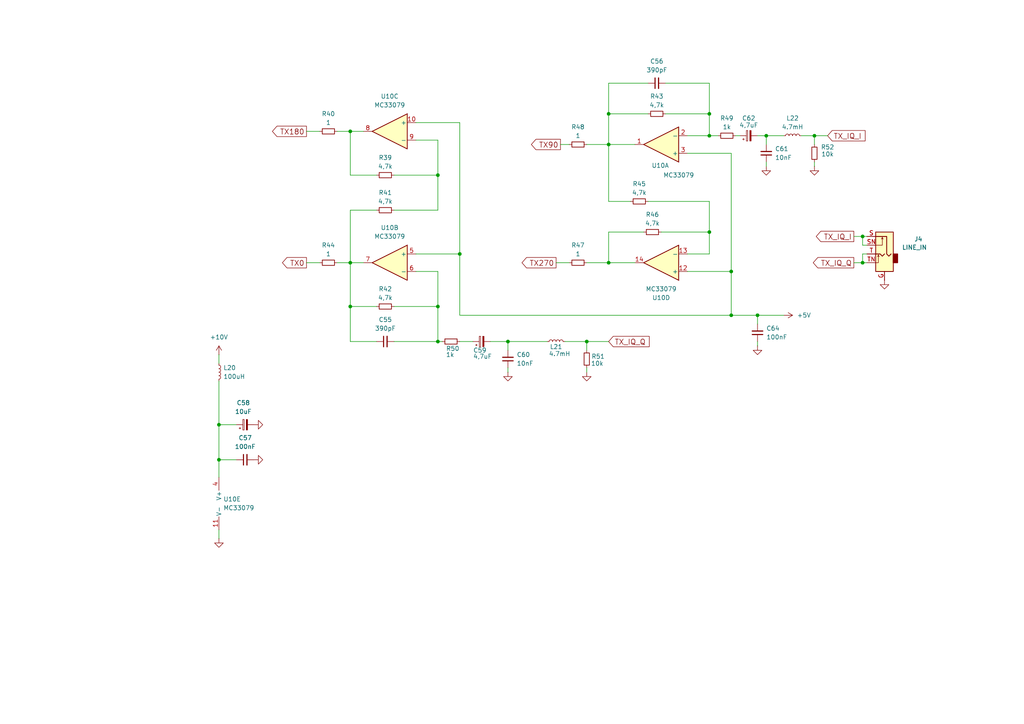
<source format=kicad_sch>
(kicad_sch (version 20231120) (generator "eeschema") (generator_version "8.0")
  (paper "A4")
  (lib_symbols
    (symbol "Amplifier_Operational:MC33079" (pin_names (offset 0.127))
      (property "Reference" "U" (at 0 5.08 0))
      (property "Value" "MC33079" (at 0 -5.08 0))
      (symbol "MC33079_1_1"
        (polyline (pts (xy -5.08 5.08) (xy 5.08 0) (xy -5.08 -5.08) (xy -5.08 5.08)) (stroke (width 0.254)) (fill (type background)))
        (pin output line (at 7.62 0 180) (length 2.54) (name "~") (number "1"))
        (pin input line (at -7.62 -2.54 0) (length 2.54) (name "-") (number "2"))
        (pin input line (at -7.62 2.54 0) (length 2.54) (name "+") (number "3"))
      )
      (symbol "MC33079_2_1"
        (polyline (pts (xy -5.08 5.08) (xy 5.08 0) (xy -5.08 -5.08) (xy -5.08 5.08)) (stroke (width 0.254)) (fill (type background)))
        (pin input line (at -7.62 2.54 0) (length 2.54) (name "+") (number "5"))
        (pin input line (at -7.62 -2.54 0) (length 2.54) (name "-") (number "6"))
        (pin output line (at 7.62 0 180) (length 2.54) (name "~") (number "7"))
      )
      (symbol "MC33079_3_1"
        (polyline (pts (xy -5.08 5.08) (xy 5.08 0) (xy -5.08 -5.08) (xy -5.08 5.08)) (stroke (width 0.254)) (fill (type background)))
        (pin input line (at -7.62 2.54 0) (length 2.54) (name "+") (number "10"))
        (pin output line (at 7.62 0 180) (length 2.54) (name "~") (number "8"))
        (pin input line (at -7.62 -2.54 0) (length 2.54) (name "-") (number "9"))
      )
      (symbol "MC33079_4_1"
        (polyline (pts (xy -5.08 5.08) (xy 5.08 0) (xy -5.08 -5.08) (xy -5.08 5.08)) (stroke (width 0.254)) (fill (type background)))
        (pin input line (at -7.62 2.54 0) (length 2.54) (name "+") (number "12"))
        (pin input line (at -7.62 -2.54 0) (length 2.54) (name "-") (number "13"))
        (pin output line (at 7.62 0 180) (length 2.54) (name "~") (number "14"))
      )
      (symbol "MC33079_5_1"
        (pin power_in line (at -2.54 -7.62 90) (length 3.81) (name "V-") (number "11"))
        (pin power_in line (at -2.54 7.62 270) (length 3.81) (name "V+") (number "4"))
      )
    )
    (symbol "Connector_Audio:AudioJack2_Ground_Switch"
      (property "Reference" "J" (at 0 11.43 0))
      (property "Value" "AudioJack2_Ground_Switch" (at 0 8.89 0))
      (symbol "AudioJack2_Ground_Switch_0_1"
        (rectangle (start -2.54 -2.54) (end -3.81 0) (stroke (width 0.254)) (fill (type outline)))
        (rectangle (start 2.54 6.35) (end -2.54 -5.08) (stroke (width 0.254)) (fill (type background)))
      )
      (symbol "AudioJack2_Ground_Switch_1_1"
        (polyline (pts (xy 0.635 4.826) (xy 0.889 4.318)))
        (polyline (pts (xy 1.778 -0.254) (xy 2.032 -0.762)))
        (polyline (pts (xy 0 0) (xy 0.635 -0.635) (xy 1.27 0) (xy 2.54 0)) (stroke (width 0.254)))
        (polyline (pts (xy 2.54 -2.54) (xy 1.778 -2.54) (xy 1.778 -0.254) (xy 1.524 -0.762)))
        (polyline (pts (xy 2.54 2.54) (xy 0.635 2.54) (xy 0.635 4.826) (xy 0.381 4.318)))
        (polyline (pts (xy 2.54 5.08) (xy -0.635 5.08) (xy -0.635 0) (xy -1.27 -0.635) (xy -1.905 0)) (stroke (width 0.254)))
        (pin passive line (at 0 -7.62 90) (length 2.54) (name "~") (number "G"))
        (pin passive line (at 5.08 5.08 180) (length 2.54) (name "~") (number "S"))
        (pin passive line (at 5.08 2.54 180) (length 2.54) (name "~") (number "SN"))
        (pin passive line (at 5.08 0 180) (length 2.54) (name "~") (number "T"))
        (pin passive line (at 5.08 -2.54 180) (length 2.54) (name "~") (number "TN"))
      )
    )
    (symbol "Device:C_Polarized_Small" (pin_numbers hide) (pin_names (offset 0.254) hide)
      (property "Reference" "C" (at 0.254 1.778 0))
      (property "Value" "C_Polarized_Small" (at 0.254 -2.032 0))
      (symbol "C_Polarized_Small_0_1"
        (rectangle (start -1.524 -0.3048) (end 1.524 -0.6858) (fill (type outline)))
        (rectangle (start -1.524 0.6858) (end 1.524 0.3048))
        (polyline (pts (xy -1.27 1.524) (xy -0.762 1.524)))
        (polyline (pts (xy -1.016 1.27) (xy -1.016 1.778)))
      )
      (symbol "C_Polarized_Small_1_1"
        (pin passive line (at 0 2.54 270) (length 1.8542) (name "~") (number "1"))
        (pin passive line (at 0 -2.54 90) (length 1.8542) (name "~") (number "2"))
      )
    )
    (symbol "Device:C_Small" (pin_numbers hide) (pin_names (offset 0.254) hide)
      (property "Reference" "C" (at 0.254 1.778 0))
      (property "Value" "C_Small" (at 0.254 -2.032 0))
      (symbol "C_Small_0_1"
        (polyline (pts (xy -1.524 -0.508) (xy 1.524 -0.508)) (stroke (width 0.3302)))
        (polyline (pts (xy -1.524 0.508) (xy 1.524 0.508)) (stroke (width 0.3048)))
      )
      (symbol "C_Small_1_1"
        (pin passive line (at 0 2.54 270) (length 2.032) (name "~") (number "1"))
        (pin passive line (at 0 -2.54 90) (length 2.032) (name "~") (number "2"))
      )
    )
    (symbol "Device:L_Small" (pin_numbers hide) (pin_names (offset 0.254) hide)
      (property "Reference" "L" (at 0.762 1.016 0))
      (property "Value" "L_Small" (at 0.762 -1.016 0))
      (symbol "L_Small_0_1"
        (arc (start 0 -2.032) (mid 0.5058 -1.524) (end 0 -1.016))
        (arc (start 0 -1.016) (mid 0.5058 -0.508) (end 0 0))
        (arc (start 0 0) (mid 0.5058 0.508) (end 0 1.016))
        (arc (start 0 1.016) (mid 0.5058 1.524) (end 0 2.032))
      )
      (symbol "L_Small_1_1"
        (pin passive line (at 0 2.54 270) (length 0.508) (name "~") (number "1"))
        (pin passive line (at 0 -2.54 90) (length 0.508) (name "~") (number "2"))
      )
    )
    (symbol "Device:R_Small" (pin_numbers hide) (pin_names (offset 0.254) hide)
      (property "Reference" "R" (at 0.762 0.508 0))
      (property "Value" "R_Small" (at 0.762 -1.016 0))
      (symbol "R_Small_0_1"
        (rectangle (start -0.762 1.778) (end 0.762 -1.778) (stroke (width 0.2032)))
      )
      (symbol "R_Small_1_1"
        (pin passive line (at 0 2.54 270) (length 0.762) (name "~") (number "1"))
        (pin passive line (at 0 -2.54 90) (length 0.762) (name "~") (number "2"))
      )
    )
    (symbol "power:+10V" (power) (pin_numbers hide) (pin_names (offset 0) hide)
      (property "Value" "+10V" (at 0 3.556 0))
      (symbol "+10V_0_1"
        (polyline (pts (xy -0.762 1.27) (xy 0 2.54)))
        (polyline (pts (xy 0 0) (xy 0 2.54)))
        (polyline (pts (xy 0 2.54) (xy 0.762 1.27)))
      )
      (symbol "+10V_1_1"
        (pin power_in line (at 0 0 90) (length 0) (name "~") (number "1"))
      )
    )
    (symbol "power:+5V" (power) (pin_numbers hide) (pin_names (offset 0) hide)
      (property "Value" "+5V" (at 0 3.556 0))
      (symbol "+5V_0_1"
        (polyline (pts (xy -0.762 1.27) (xy 0 2.54)))
        (polyline (pts (xy 0 0) (xy 0 2.54)))
        (polyline (pts (xy 0 2.54) (xy 0.762 1.27)))
      )
      (symbol "+5V_1_1"
        (pin power_in line (at 0 0 90) (length 0) (name "~") (number "1"))
      )
    )
    (symbol "power:GND" (power) (pin_numbers hide) (pin_names (offset 0) hide)
      (property "Value" "GND" (at 0 -3.81 0))
      (symbol "GND_0_1"
        (polyline (pts (xy 0 0) (xy 0 -1.27) (xy 1.27 -1.27) (xy 0 -2.54) (xy -1.27 -1.27) (xy 0 -1.27)))
      )
      (symbol "GND_1_1"
        (pin power_in line (at 0 0 270) (length 0) (name "~") (number "1"))
      )
    )
  )
  (junction (at 212.09 91.44))
  (junction (at 212.09 78.74))
  (junction (at 63.5 123.19))
  (junction (at 236.22 39.37))
  (junction (at 101.6 76.2))
  (junction (at 127 99.06))
  (junction (at 205.74 67.31))
  (junction (at 205.74 39.37))
  (junction (at 63.5 133.35))
  (junction (at 205.74 33.02))
  (junction (at 250.19 76.2))
  (junction (at 147.32 99.06))
  (junction (at 176.53 76.2))
  (junction (at 101.6 38.1))
  (junction (at 219.71 91.44))
  (junction (at 170.18 99.06))
  (junction (at 101.6 88.9))
  (junction (at 127 88.9))
  (junction (at 127 50.8))
  (junction (at 133.35 73.66))
  (junction (at 176.53 41.91))
  (junction (at 250.19 68.58))
  (junction (at 176.53 33.02))
  (junction (at 222.25 39.37))
  (wire (pts (xy 147.32 99.06) (xy 158.75 99.06)))
  (wire (pts (xy 170.18 99.06) (xy 176.53 99.06)))
  (wire (pts (xy 176.53 41.91) (xy 176.53 33.02)))
  (wire (pts (xy 170.18 106.68) (xy 170.18 107.95)))
  (wire (pts (xy 250.19 76.2) (xy 250.19 73.66)))
  (wire (pts (xy 114.3 88.9) (xy 127 88.9)))
  (wire (pts (xy 142.24 99.06) (xy 147.32 99.06)))
  (wire (pts (xy 176.53 76.2) (xy 184.15 76.2)))
  (wire (pts (xy 205.74 58.42) (xy 205.74 67.31)))
  (wire (pts (xy 176.53 76.2) (xy 176.53 67.31)))
  (wire (pts (xy 163.83 99.06) (xy 170.18 99.06)))
  (wire (pts (xy 101.6 76.2) (xy 101.6 88.9)))
  (wire (pts (xy 147.32 99.06) (xy 147.32 101.6)))
  (wire (pts (xy 133.35 99.06) (xy 137.16 99.06)))
  (wire (pts (xy 176.53 33.02) (xy 176.53 24.13)))
  (wire (pts (xy 219.71 39.37) (xy 222.25 39.37)))
  (wire (pts (xy 187.96 58.42) (xy 205.74 58.42)))
  (wire (pts (xy 120.65 35.56) (xy 133.35 35.56)))
  (wire (pts (xy 127 50.8) (xy 127 40.64)))
  (wire (pts (xy 222.25 46.99) (xy 222.25 48.26)))
  (wire (pts (xy 247.65 68.58) (xy 250.19 68.58)))
  (wire (pts (xy 219.71 91.44) (xy 212.09 91.44)))
  (wire (pts (xy 114.3 50.8) (xy 127 50.8)))
  (wire (pts (xy 101.6 60.96) (xy 101.6 76.2)))
  (wire (pts (xy 133.35 73.66) (xy 120.65 73.66)))
  (wire (pts (xy 219.71 91.44) (xy 227.33 91.44)))
  (wire (pts (xy 101.6 50.8) (xy 101.6 38.1)))
  (wire (pts (xy 127 99.06) (xy 114.3 99.06)))
  (wire (pts (xy 68.58 123.19) (xy 63.5 123.19)))
  (wire (pts (xy 184.15 41.91) (xy 176.53 41.91)))
  (wire (pts (xy 236.22 39.37) (xy 236.22 41.91)))
  (wire (pts (xy 176.53 33.02) (xy 187.96 33.02)))
  (wire (pts (xy 212.09 78.74) (xy 199.39 78.74)))
  (wire (pts (xy 193.04 24.13) (xy 205.74 24.13)))
  (wire (pts (xy 127 40.64) (xy 120.65 40.64)))
  (wire (pts (xy 101.6 99.06) (xy 101.6 88.9)))
  (wire (pts (xy 101.6 88.9) (xy 109.22 88.9)))
  (wire (pts (xy 170.18 99.06) (xy 170.18 101.6)))
  (wire (pts (xy 63.5 156.21) (xy 63.5 153.67)))
  (wire (pts (xy 101.6 38.1) (xy 97.79 38.1)))
  (wire (pts (xy 205.74 33.02) (xy 205.74 39.37)))
  (wire (pts (xy 127 88.9) (xy 127 99.06)))
  (wire (pts (xy 205.74 39.37) (xy 208.28 39.37)))
  (wire (pts (xy 127 78.74) (xy 120.65 78.74)))
  (wire (pts (xy 127 99.06) (xy 128.27 99.06)))
  (wire (pts (xy 250.19 68.58) (xy 250.19 71.12)))
  (wire (pts (xy 63.5 123.19) (xy 63.5 133.35)))
  (wire (pts (xy 162.56 41.91) (xy 165.1 41.91)))
  (wire (pts (xy 222.25 39.37) (xy 227.33 39.37)))
  (wire (pts (xy 88.9 38.1) (xy 92.71 38.1)))
  (wire (pts (xy 97.79 76.2) (xy 101.6 76.2)))
  (wire (pts (xy 247.65 76.2) (xy 250.19 76.2)))
  (wire (pts (xy 63.5 133.35) (xy 68.58 133.35)))
  (wire (pts (xy 199.39 44.45) (xy 212.09 44.45)))
  (wire (pts (xy 101.6 38.1) (xy 105.41 38.1)))
  (wire (pts (xy 109.22 60.96) (xy 101.6 60.96)))
  (wire (pts (xy 63.5 102.87) (xy 63.5 105.41)))
  (wire (pts (xy 250.19 71.12) (xy 251.46 71.12)))
  (wire (pts (xy 133.35 91.44) (xy 212.09 91.44)))
  (wire (pts (xy 88.9 76.2) (xy 92.71 76.2)))
  (wire (pts (xy 212.09 44.45) (xy 212.09 78.74)))
  (wire (pts (xy 133.35 35.56) (xy 133.35 73.66)))
  (wire (pts (xy 250.19 68.58) (xy 251.46 68.58)))
  (wire (pts (xy 182.88 58.42) (xy 176.53 58.42)))
  (wire (pts (xy 133.35 73.66) (xy 133.35 91.44)))
  (wire (pts (xy 250.19 76.2) (xy 251.46 76.2)))
  (wire (pts (xy 205.74 39.37) (xy 199.39 39.37)))
  (wire (pts (xy 170.18 41.91) (xy 176.53 41.91)))
  (wire (pts (xy 63.5 133.35) (xy 63.5 138.43)))
  (wire (pts (xy 232.41 39.37) (xy 236.22 39.37)))
  (wire (pts (xy 109.22 50.8) (xy 101.6 50.8)))
  (wire (pts (xy 193.04 33.02) (xy 205.74 33.02)))
  (wire (pts (xy 219.71 99.06) (xy 219.71 100.33)))
  (wire (pts (xy 176.53 67.31) (xy 186.69 67.31)))
  (wire (pts (xy 236.22 39.37) (xy 240.03 39.37)))
  (wire (pts (xy 176.53 58.42) (xy 176.53 41.91)))
  (wire (pts (xy 191.77 67.31) (xy 205.74 67.31)))
  (wire (pts (xy 63.5 110.49) (xy 63.5 123.19)))
  (wire (pts (xy 222.25 39.37) (xy 222.25 41.91)))
  (wire (pts (xy 101.6 76.2) (xy 105.41 76.2)))
  (wire (pts (xy 213.36 39.37) (xy 214.63 39.37)))
  (wire (pts (xy 114.3 60.96) (xy 127 60.96)))
  (wire (pts (xy 236.22 48.26) (xy 236.22 46.99)))
  (wire (pts (xy 176.53 24.13) (xy 187.96 24.13)))
  (wire (pts (xy 205.74 67.31) (xy 205.74 73.66)))
  (wire (pts (xy 219.71 91.44) (xy 219.71 93.98)))
  (wire (pts (xy 147.32 106.68) (xy 147.32 107.95)))
  (wire (pts (xy 109.22 99.06) (xy 101.6 99.06)))
  (wire (pts (xy 205.74 24.13) (xy 205.74 33.02)))
  (wire (pts (xy 212.09 91.44) (xy 212.09 78.74)))
  (wire (pts (xy 161.29 76.2) (xy 165.1 76.2)))
  (wire (pts (xy 170.18 76.2) (xy 176.53 76.2)))
  (wire (pts (xy 205.74 73.66) (xy 199.39 73.66)))
  (wire (pts (xy 127 88.9) (xy 127 78.74)))
  (wire (pts (xy 250.19 73.66) (xy 251.46 73.66)))
  (wire (pts (xy 127 60.96) (xy 127 50.8)))
  (global_label "TX0" (shape output) (at 88.9 76.2 180) (effects (font (size 1.524 1.524))) (property "Intersheetrefs" "${INTERSHEET_REFS}" (effects (hide yes))))
  (global_label "TX_IQ_Q" (shape input) (at 176.53 99.06 0) (effects (font (size 1.524 1.524))) (property "Intersheetrefs" "${INTERSHEET_REFS}" (effects (hide yes))))
  (global_label "TX270" (shape output) (at 161.29 76.2 180) (effects (font (size 1.524 1.524))) (property "Intersheetrefs" "${INTERSHEET_REFS}" (effects (hide yes))))
  (global_label "TX_IQ_I" (shape input) (at 240.03 39.37 0) (effects (font (size 1.524 1.524))) (property "Intersheetrefs" "${INTERSHEET_REFS}" (effects (hide yes))))
  (global_label "TX90" (shape output) (at 162.56 41.91 180) (effects (font (size 1.524 1.524))) (property "Intersheetrefs" "${INTERSHEET_REFS}" (effects (hide yes))))
  (global_label "TX_IQ_Q" (shape output) (at 247.65 76.2 180) (effects (font (size 1.524 1.524))) (property "Intersheetrefs" "${INTERSHEET_REFS}" (effects (hide yes))))
  (global_label "TX_IQ_I" (shape output) (at 247.65 68.58 180) (effects (font (size 1.524 1.524))) (property "Intersheetrefs" "${INTERSHEET_REFS}" (effects (hide yes))))
  (global_label "TX180" (shape output) (at 88.9 38.1 180) (effects (font (size 1.524 1.524))) (property "Intersheetrefs" "${INTERSHEET_REFS}" (effects (hide yes))))
  (symbol (lib_id "Amplifier_Operational:MC33079") (at 113.03 38.1 0) (mirror y) (unit 3)
    (property "Reference" "U10" (at 113.03 27.94 0))
    (property "Value" "MC33079" (at 113.03 30.48 0))
    (property "Footprint" "Package_SO:SOIC-14_3.9x8.7mm_P1.27mm" (effects (hide yes)))
    (property "Datasheet" "https://www.onsemi.com/pub/Collateral/MC33078-D.PDF" (effects (hide yes)))
    (property "Description" "Low Noise, Quad Operational Amplifiers, DIP-14/SOIC-14" (effects (hide yes)))
  )
  (symbol (lib_id "power:+5V") (at 227.33 91.44 270) (unit 1)
    (property "Reference" "#PWR096" (effects (hide yes)))
    (property "Value" "+5V" (at 231.14 91.4399 90) (effects (justify left)))
    (property "Description" "Power symbol creates a global label with name \"+5V\"" (effects (hide yes)))
  )
  (symbol (lib_id "power:GND") (at 73.66 133.35 90) (unit 1)
    (property "Reference" "#PWR089" (effects (hide yes)))
    (property "Value" "GND" (effects (hide yes)))
    (property "Description" "Power symbol creates a global label with name \"GND\" , ground" (effects (hide yes)))
  )
  (symbol (lib_id "Device:R_Small") (at 167.64 41.91 90) (unit 1)
    (property "Reference" "R48" (at 167.64 36.83 90))
    (property "Value" "1" (at 167.64 39.37 90))
    (property "Footprint" "SDR_footprints:R_1206_0603" (effects (hide yes)))
    (property "Description" "Resistor, small symbol" (effects (hide yes)))
  )
  (symbol (lib_id "power:+10V") (at 63.5 102.87 0) (unit 1)
    (property "Reference" "#PWR087" (effects (hide yes)))
    (property "Value" "+10V" (at 63.5 97.79 0))
    (property "Description" "Power symbol creates a global label with name \"+10V\"" (effects (hide yes)))
  )
  (symbol (lib_id "Device:C_Small") (at 222.25 44.45 180) (unit 1)
    (property "Reference" "C61" (at 224.79 43.1735 0) (effects (justify right)))
    (property "Value" "10nF" (at 224.79 45.7135 0) (effects (justify right)))
    (property "Description" "Unpolarized capacitor, small symbol" (effects (hide yes)))
  )
  (symbol (lib_id "Device:R_Small") (at 111.76 60.96 90) (unit 1)
    (property "Reference" "R41" (at 111.76 55.88 90))
    (property "Value" "4,7k" (at 111.76 58.42 90))
    (property "Footprint" "Resistor_SMD:R_0603_1608Metric_Pad0.98x0.95mm_HandSolder" (effects (hide yes)))
    (property "Description" "Resistor, small symbol" (effects (hide yes)))
  )
  (symbol (lib_id "Device:C_Polarized_Small") (at 139.7 99.06 90) (unit 1)
    (property "Reference" "C59" (at 139.192 101.6 90))
    (property "Value" "4,7uF" (at 139.954 103.378 90))
    (property "Description" "Polarized capacitor, small symbol" (effects (hide yes)))
  )
  (symbol (lib_id "power:GND") (at 219.71 100.33 0) (unit 1)
    (property "Reference" "#PWR097" (effects (hide yes)))
    (property "Value" "GND" (effects (hide yes)))
    (property "Description" "Power symbol creates a global label with name \"GND\" , ground" (effects (hide yes)))
  )
  (symbol (lib_id "power:GND") (at 147.32 107.95 0) (unit 1)
    (property "Reference" "#PWR095" (effects (hide yes)))
    (property "Value" "GND" (effects (hide yes)))
    (property "Description" "Power symbol creates a global label with name \"GND\" , ground" (effects (hide yes)))
  )
  (symbol (lib_id "Device:R_Small") (at 170.18 104.14 180) (unit 1)
    (property "Reference" "R51" (at 173.482 103.378 0))
    (property "Value" "10k" (at 173.228 105.41 0))
    (property "Description" "Resistor, small symbol" (effects (hide yes)))
  )
  (symbol (lib_id "power:GND") (at 73.66 123.19 90) (unit 1)
    (property "Reference" "#PWR088" (effects (hide yes)))
    (property "Value" "GND" (effects (hide yes)))
    (property "Description" "Power symbol creates a global label with name \"GND\" , ground" (effects (hide yes)))
  )
  (symbol (lib_id "Connector_Audio:AudioJack2_Ground_Switch") (at 256.54 73.66 0) (mirror y) (unit 1)
    (property "Reference" "J4" (at 265.176 69.342 0) (effects (justify right)))
    (property "Value" "LINE_IN" (at 261.62 71.7551 0) (effects (justify right)))
    (property "Footprint" "Connector_Audio:Jack_3.5mm_CUI_SJ1-3525N_Horizontal" (effects (hide yes)))
    (property "Description" "Audio Jack, 2 Poles (Mono / TS), Grounded Sleeve, Switched Pole (Normalling)" (effects (hide yes)))
  )
  (symbol (lib_id "power:GND") (at 170.18 107.95 0) (unit 1)
    (property "Reference" "#PWR094" (effects (hide yes)))
    (property "Value" "GND" (effects (hide yes)))
    (property "Description" "Power symbol creates a global label with name \"GND\" , ground" (effects (hide yes)))
  )
  (symbol (lib_id "Device:C_Polarized_Small") (at 71.12 123.19 90) (unit 1)
    (property "Reference" "C58" (at 70.5739 116.84 90))
    (property "Value" "10uF" (at 70.5739 119.38 90))
    (property "Description" "Polarized capacitor, small symbol" (effects (hide yes)))
  )
  (symbol (lib_id "Device:R_Small") (at 95.25 76.2 90) (unit 1)
    (property "Reference" "R44" (at 95.25 71.12 90))
    (property "Value" "1" (at 95.25 73.66 90))
    (property "Footprint" "SDR_footprints:R_1206_0603" (effects (hide yes)))
    (property "Description" "Resistor, small symbol" (effects (hide yes)))
  )
  (symbol (lib_id "Device:L_Small") (at 229.87 39.37 90) (unit 1)
    (property "Reference" "L22" (at 229.87 34.29 90))
    (property "Value" "4.7mH" (at 229.87 36.83 90))
    (property "Description" "Inductor, small symbol" (effects (hide yes)))
  )
  (symbol (lib_id "Amplifier_Operational:MC33079") (at 60.96 146.05 0) (mirror y) (unit 5)
    (property "Reference" "U10" (at 64.77 144.7799 0) (effects (justify right)))
    (property "Value" "MC33079" (at 64.77 147.3199 0) (effects (justify right)))
    (property "Footprint" "Package_SO:SOIC-14_3.9x8.7mm_P1.27mm" (effects (hide yes)))
    (property "Datasheet" "https://www.onsemi.com/pub/Collateral/MC33078-D.PDF" (effects (hide yes)))
    (property "Description" "Low Noise, Quad Operational Amplifiers, DIP-14/SOIC-14" (effects (hide yes)))
  )
  (symbol (lib_id "Device:R_Small") (at 190.5 33.02 90) (unit 1)
    (property "Reference" "R43" (at 190.5 27.94 90))
    (property "Value" "4,7k" (at 190.5 30.48 90))
    (property "Footprint" "Resistor_SMD:R_0603_1608Metric_Pad0.98x0.95mm_HandSolder" (effects (hide yes)))
    (property "Description" "Resistor, small symbol" (effects (hide yes)))
  )
  (symbol (lib_id "Device:R_Small") (at 185.42 58.42 90) (unit 1)
    (property "Reference" "R45" (at 185.42 53.34 90))
    (property "Value" "4,7k" (at 185.42 55.88 90))
    (property "Footprint" "Resistor_SMD:R_0603_1608Metric_Pad0.98x0.95mm_HandSolder" (effects (hide yes)))
    (property "Description" "Resistor, small symbol" (effects (hide yes)))
  )
  (symbol (lib_id "power:GND") (at 63.5 156.21 0) (unit 1)
    (property "Reference" "#PWR086" (effects (hide yes)))
    (property "Value" "GND" (effects (hide yes)))
    (property "Description" "Power symbol creates a global label with name \"GND\" , ground" (effects (hide yes)))
  )
  (symbol (lib_id "Device:R_Small") (at 130.81 99.06 90) (unit 1)
    (property "Reference" "R50" (at 131.318 101.092 90))
    (property "Value" "1k" (at 130.556 102.87 90))
    (property "Footprint" "Resistor_SMD:R_0603_1608Metric_Pad0.98x0.95mm_HandSolder" (effects (hide yes)))
    (property "Description" "Resistor, small symbol" (effects (hide yes)))
  )
  (symbol (lib_id "Device:C_Small") (at 219.71 96.52 180) (unit 1)
    (property "Reference" "C64" (at 222.25 95.2435 0) (effects (justify right)))
    (property "Value" "100nF" (at 222.25 97.7835 0) (effects (justify right)))
    (property "Footprint" "SDR_footprints:C_1206_0603" (effects (hide yes)))
    (property "Description" "Unpolarized capacitor, small symbol" (effects (hide yes)))
  )
  (symbol (lib_id "power:GND") (at 256.54 81.28 0) (unit 1)
    (property "Reference" "#PWR093" (effects (hide yes)))
    (property "Value" "GND" (effects (hide yes)))
    (property "Description" "Power symbol creates a global label with name \"GND\" , ground" (effects (hide yes)))
  )
  (symbol (lib_id "Device:C_Small") (at 147.32 104.14 180) (unit 1)
    (property "Reference" "C60" (at 149.86 102.8635 0) (effects (justify right)))
    (property "Value" "10nF" (at 149.86 105.4035 0) (effects (justify right)))
    (property "Description" "Unpolarized capacitor, small symbol" (effects (hide yes)))
  )
  (symbol (lib_id "Device:R_Small") (at 95.25 38.1 90) (unit 1)
    (property "Reference" "R40" (at 95.25 33.02 90))
    (property "Value" "1" (at 95.25 35.56 90))
    (property "Footprint" "SDR_footprints:R_1206_0603" (effects (hide yes)))
    (property "Description" "Resistor, small symbol" (effects (hide yes)))
  )
  (symbol (lib_id "Amplifier_Operational:MC33079") (at 191.77 76.2 180) (unit 4)
    (property "Reference" "U10" (at 191.77 86.36 0))
    (property "Value" "MC33079" (at 191.77 83.82 0))
    (property "Footprint" "Package_SO:SOIC-14_3.9x8.7mm_P1.27mm" (effects (hide yes)))
    (property "Datasheet" "https://www.onsemi.com/pub/Collateral/MC33078-D.PDF" (effects (hide yes)))
    (property "Description" "Low Noise, Quad Operational Amplifiers, DIP-14/SOIC-14" (effects (hide yes)))
  )
  (symbol (lib_id "Device:L_Small") (at 63.5 107.95 0) (unit 1)
    (property "Reference" "L20" (at 64.77 106.6799 0) (effects (justify left)))
    (property "Value" "100uH" (at 64.77 109.2199 0) (effects (justify left)))
    (property "Description" "Inductor, small symbol" (effects (hide yes)))
  )
  (symbol (lib_id "Amplifier_Operational:MC33079") (at 113.03 76.2 0) (mirror y) (unit 2)
    (property "Reference" "U10" (at 113.03 66.04 0))
    (property "Value" "MC33079" (at 113.03 68.58 0))
    (property "Footprint" "Package_SO:SOIC-14_3.9x8.7mm_P1.27mm" (effects (hide yes)))
    (property "Datasheet" "https://www.onsemi.com/pub/Collateral/MC33078-D.PDF" (effects (hide yes)))
    (property "Description" "Low Noise, Quad Operational Amplifiers, DIP-14/SOIC-14" (effects (hide yes)))
  )
  (symbol (lib_id "Device:C_Small") (at 111.76 99.06 90) (unit 1)
    (property "Reference" "C55" (at 111.7663 92.71 90))
    (property "Value" "390pF" (at 111.7663 95.25 90))
    (property "Footprint" "Capacitor_SMD:C_0603_1608Metric_Pad1.08x0.95mm_HandSolder" (effects (hide yes)))
    (property "Description" "Unpolarized capacitor, small symbol" (effects (hide yes)))
  )
  (symbol (lib_id "Device:R_Small") (at 111.76 88.9 90) (unit 1)
    (property "Reference" "R42" (at 111.76 83.82 90))
    (property "Value" "4,7k" (at 111.76 86.36 90))
    (property "Footprint" "Resistor_SMD:R_0603_1608Metric_Pad0.98x0.95mm_HandSolder" (effects (hide yes)))
    (property "Description" "Resistor, small symbol" (effects (hide yes)))
  )
  (symbol (lib_id "Device:R_Small") (at 210.82 39.37 90) (unit 1)
    (property "Reference" "R49" (at 210.82 34.29 90))
    (property "Value" "1k" (at 210.82 36.83 90))
    (property "Footprint" "Resistor_SMD:R_0603_1608Metric_Pad0.98x0.95mm_HandSolder" (effects (hide yes)))
    (property "Description" "Resistor, small symbol" (effects (hide yes)))
  )
  (symbol (lib_id "Device:L_Small") (at 161.29 99.06 90) (unit 1)
    (property "Reference" "L21" (at 161.29 100.584 90))
    (property "Value" "4.7mH" (at 162.306 102.616 90))
    (property "Description" "Inductor, small symbol" (effects (hide yes)))
  )
  (symbol (lib_id "Device:C_Polarized_Small") (at 217.17 39.37 90) (unit 1)
    (property "Reference" "C62" (at 217.17 34.29 90))
    (property "Value" "4,7uF" (at 217.17 36.322 90))
    (property "Description" "Polarized capacitor, small symbol" (effects (hide yes)))
  )
  (symbol (lib_id "power:GND") (at 236.22 48.26 0) (unit 1)
    (property "Reference" "#PWR092" (effects (hide yes)))
    (property "Value" "GND" (effects (hide yes)))
    (property "Description" "Power symbol creates a global label with name \"GND\" , ground" (effects (hide yes)))
  )
  (symbol (lib_id "Device:R_Small") (at 167.64 76.2 90) (unit 1)
    (property "Reference" "R47" (at 167.64 71.12 90))
    (property "Value" "1" (at 167.64 73.66 90))
    (property "Footprint" "SDR_footprints:R_1206_0603" (effects (hide yes)))
    (property "Description" "Resistor, small symbol" (effects (hide yes)))
  )
  (symbol (lib_id "Device:C_Small") (at 190.5 24.13 90) (unit 1)
    (property "Reference" "C56" (at 190.5063 17.78 90))
    (property "Value" "390pF" (at 190.5063 20.32 90))
    (property "Footprint" "Capacitor_SMD:C_0603_1608Metric_Pad1.08x0.95mm_HandSolder" (effects (hide yes)))
    (property "Description" "Unpolarized capacitor, small symbol" (effects (hide yes)))
  )
  (symbol (lib_id "power:GND") (at 222.25 48.26 0) (unit 1)
    (property "Reference" "#PWR090" (effects (hide yes)))
    (property "Value" "GND" (effects (hide yes)))
    (property "Description" "Power symbol creates a global label with name \"GND\" , ground" (effects (hide yes)))
  )
  (symbol (lib_id "Device:R_Small") (at 189.23 67.31 90) (unit 1)
    (property "Reference" "R46" (at 189.23 62.23 90))
    (property "Value" "4,7k" (at 189.23 64.77 90))
    (property "Footprint" "Resistor_SMD:R_0603_1608Metric_Pad0.98x0.95mm_HandSolder" (effects (hide yes)))
    (property "Description" "Resistor, small symbol" (effects (hide yes)))
  )
  (symbol (lib_id "Device:C_Small") (at 71.12 133.35 90) (unit 1)
    (property "Reference" "C57" (at 71.1263 127 90))
    (property "Value" "100nF" (at 71.1263 129.54 90))
    (property "Description" "Unpolarized capacitor, small symbol" (effects (hide yes)))
  )
  (symbol (lib_id "Device:R_Small") (at 236.22 44.45 180) (unit 1)
    (property "Reference" "R52" (at 240.03 42.672 0))
    (property "Value" "10k" (at 240.03 44.704 0))
    (property "Description" "Resistor, small symbol" (effects (hide yes)))
  )
  (symbol (lib_id "Amplifier_Operational:MC33079") (at 191.77 41.91 180) (unit 1)
    (property "Reference" "U10" (at 191.516 48.006 0))
    (property "Value" "MC33079" (at 196.85 50.8 0))
    (property "Footprint" "Package_SO:SOIC-14_3.9x8.7mm_P1.27mm" (effects (hide yes)))
    (property "Datasheet" "https://www.onsemi.com/pub/Collateral/MC33078-D.PDF" (effects (hide yes)))
    (property "Description" "Low Noise, Quad Operational Amplifiers, DIP-14/SOIC-14" (effects (hide yes)))
  )
  (symbol (lib_id "Device:R_Small") (at 111.76 50.8 90) (unit 1)
    (property "Reference" "R39" (at 111.76 45.72 90))
    (property "Value" "4,7k" (at 111.76 48.26 90))
    (property "Footprint" "Resistor_SMD:R_0603_1608Metric_Pad0.98x0.95mm_HandSolder" (effects (hide yes)))
    (property "Description" "Resistor, small symbol" (effects (hide yes)))
  )
)
</source>
